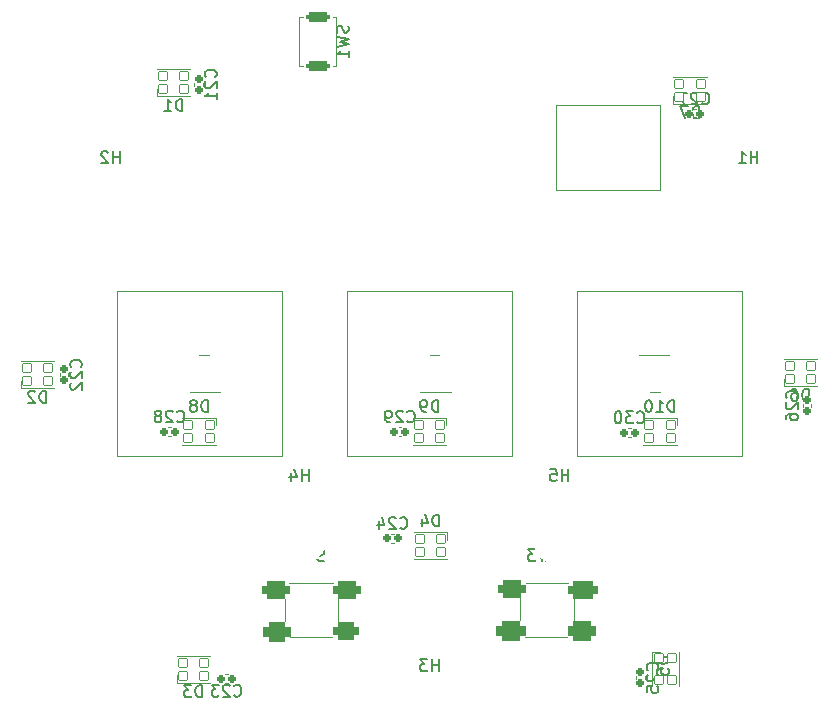
<source format=gbr>
%TF.GenerationSoftware,KiCad,Pcbnew,(7.0.0-0)*%
%TF.CreationDate,2023-03-14T22:07:24-05:00*%
%TF.ProjectId,RP2040_minimal,52503230-3430-45f6-9d69-6e696d616c2e,REV1*%
%TF.SameCoordinates,Original*%
%TF.FileFunction,Legend,Bot*%
%TF.FilePolarity,Positive*%
%FSLAX46Y46*%
G04 Gerber Fmt 4.6, Leading zero omitted, Abs format (unit mm)*
G04 Created by KiCad (PCBNEW (7.0.0-0)) date 2023-03-14 22:07:24*
%MOMM*%
%LPD*%
G01*
G04 APERTURE LIST*
G04 Aperture macros list*
%AMRoundRect*
0 Rectangle with rounded corners*
0 $1 Rounding radius*
0 $2 $3 $4 $5 $6 $7 $8 $9 X,Y pos of 4 corners*
0 Add a 4 corners polygon primitive as box body*
4,1,4,$2,$3,$4,$5,$6,$7,$8,$9,$2,$3,0*
0 Add four circle primitives for the rounded corners*
1,1,$1+$1,$2,$3*
1,1,$1+$1,$4,$5*
1,1,$1+$1,$6,$7*
1,1,$1+$1,$8,$9*
0 Add four rect primitives between the rounded corners*
20,1,$1+$1,$2,$3,$4,$5,0*
20,1,$1+$1,$4,$5,$6,$7,0*
20,1,$1+$1,$6,$7,$8,$9,0*
20,1,$1+$1,$8,$9,$2,$3,0*%
G04 Aperture macros list end*
%ADD10C,0.150000*%
%ADD11C,0.050000*%
%ADD12C,0.120000*%
%ADD13O,1.102000X1.902000*%
%ADD14O,1.102000X2.302000*%
%ADD15RoundRect,0.191000X-0.170000X0.140000X-0.170000X-0.140000X0.170000X-0.140000X0.170000X0.140000X0*%
%ADD16RoundRect,0.251000X0.800000X-0.200000X0.800000X0.200000X-0.800000X0.200000X-0.800000X-0.200000X0*%
%ADD17RoundRect,0.191000X0.140000X0.170000X-0.140000X0.170000X-0.140000X-0.170000X0.140000X-0.170000X0*%
%ADD18RoundRect,0.191000X0.170000X-0.140000X0.170000X0.140000X-0.170000X0.140000X-0.170000X-0.140000X0*%
%ADD19C,3.302000*%
%ADD20RoundRect,0.418500X0.762500X0.367500X-0.762500X0.367500X-0.762500X-0.367500X0.762500X-0.367500X0*%
%ADD21RoundRect,0.418500X0.775000X0.367500X-0.775000X0.367500X-0.775000X-0.367500X0.775000X-0.367500X0*%
%ADD22RoundRect,0.426000X0.707500X0.375000X-0.707500X0.375000X-0.707500X-0.375000X0.707500X-0.375000X0*%
%ADD23RoundRect,0.461000X0.702500X0.410000X-0.702500X0.410000X-0.702500X-0.410000X0.702500X-0.410000X0*%
%ADD24RoundRect,0.051000X-0.350000X-0.350000X0.350000X-0.350000X0.350000X0.350000X-0.350000X0.350000X0*%
%ADD25C,1.802000*%
%ADD26RoundRect,0.051000X0.350000X0.350000X-0.350000X0.350000X-0.350000X-0.350000X0.350000X-0.350000X0*%
%ADD27RoundRect,0.051000X-0.350000X0.350000X-0.350000X-0.350000X0.350000X-0.350000X0.350000X0.350000X0*%
%ADD28RoundRect,0.191000X-0.140000X-0.170000X0.140000X-0.170000X0.140000X0.170000X-0.140000X0.170000X0*%
%ADD29RoundRect,0.421000X0.835000X0.370000X-0.835000X0.370000X-0.835000X-0.370000X0.835000X-0.370000X0*%
%ADD30RoundRect,0.426000X0.777500X0.375000X-0.777500X0.375000X-0.777500X-0.375000X0.777500X-0.375000X0*%
%ADD31RoundRect,0.441000X0.782500X0.390000X-0.782500X0.390000X-0.782500X-0.390000X0.782500X-0.390000X0*%
%ADD32RoundRect,0.456000X0.782500X0.405000X-0.782500X0.405000X-0.782500X-0.405000X0.782500X-0.405000X0*%
%ADD33C,4.402000*%
G04 APERTURE END LIST*
D10*
%TO.C,C26*%
X31072142Y-2037142D02*
X31119761Y-1989523D01*
X31119761Y-1989523D02*
X31167380Y-1846666D01*
X31167380Y-1846666D02*
X31167380Y-1751428D01*
X31167380Y-1751428D02*
X31119761Y-1608571D01*
X31119761Y-1608571D02*
X31024523Y-1513333D01*
X31024523Y-1513333D02*
X30929285Y-1465714D01*
X30929285Y-1465714D02*
X30738809Y-1418095D01*
X30738809Y-1418095D02*
X30595952Y-1418095D01*
X30595952Y-1418095D02*
X30405476Y-1465714D01*
X30405476Y-1465714D02*
X30310238Y-1513333D01*
X30310238Y-1513333D02*
X30215000Y-1608571D01*
X30215000Y-1608571D02*
X30167380Y-1751428D01*
X30167380Y-1751428D02*
X30167380Y-1846666D01*
X30167380Y-1846666D02*
X30215000Y-1989523D01*
X30215000Y-1989523D02*
X30262619Y-2037142D01*
X30262619Y-2418095D02*
X30215000Y-2465714D01*
X30215000Y-2465714D02*
X30167380Y-2560952D01*
X30167380Y-2560952D02*
X30167380Y-2799047D01*
X30167380Y-2799047D02*
X30215000Y-2894285D01*
X30215000Y-2894285D02*
X30262619Y-2941904D01*
X30262619Y-2941904D02*
X30357857Y-2989523D01*
X30357857Y-2989523D02*
X30453095Y-2989523D01*
X30453095Y-2989523D02*
X30595952Y-2941904D01*
X30595952Y-2941904D02*
X31167380Y-2370476D01*
X31167380Y-2370476D02*
X31167380Y-2989523D01*
X30167380Y-3846666D02*
X30167380Y-3656190D01*
X30167380Y-3656190D02*
X30215000Y-3560952D01*
X30215000Y-3560952D02*
X30262619Y-3513333D01*
X30262619Y-3513333D02*
X30405476Y-3418095D01*
X30405476Y-3418095D02*
X30595952Y-3370476D01*
X30595952Y-3370476D02*
X30976904Y-3370476D01*
X30976904Y-3370476D02*
X31072142Y-3418095D01*
X31072142Y-3418095D02*
X31119761Y-3465714D01*
X31119761Y-3465714D02*
X31167380Y-3560952D01*
X31167380Y-3560952D02*
X31167380Y-3751428D01*
X31167380Y-3751428D02*
X31119761Y-3846666D01*
X31119761Y-3846666D02*
X31072142Y-3894285D01*
X31072142Y-3894285D02*
X30976904Y-3941904D01*
X30976904Y-3941904D02*
X30738809Y-3941904D01*
X30738809Y-3941904D02*
X30643571Y-3894285D01*
X30643571Y-3894285D02*
X30595952Y-3846666D01*
X30595952Y-3846666D02*
X30548333Y-3751428D01*
X30548333Y-3751428D02*
X30548333Y-3560952D01*
X30548333Y-3560952D02*
X30595952Y-3465714D01*
X30595952Y-3465714D02*
X30643571Y-3418095D01*
X30643571Y-3418095D02*
X30738809Y-3370476D01*
%TO.C,SW1*%
X-6900239Y29463333D02*
X-6852620Y29320476D01*
X-6852620Y29320476D02*
X-6852620Y29082381D01*
X-6852620Y29082381D02*
X-6900239Y28987143D01*
X-6900239Y28987143D02*
X-6947858Y28939524D01*
X-6947858Y28939524D02*
X-7043096Y28891905D01*
X-7043096Y28891905D02*
X-7138334Y28891905D01*
X-7138334Y28891905D02*
X-7233572Y28939524D01*
X-7233572Y28939524D02*
X-7281191Y28987143D01*
X-7281191Y28987143D02*
X-7328810Y29082381D01*
X-7328810Y29082381D02*
X-7376429Y29272857D01*
X-7376429Y29272857D02*
X-7424048Y29368095D01*
X-7424048Y29368095D02*
X-7471667Y29415714D01*
X-7471667Y29415714D02*
X-7566905Y29463333D01*
X-7566905Y29463333D02*
X-7662143Y29463333D01*
X-7662143Y29463333D02*
X-7757381Y29415714D01*
X-7757381Y29415714D02*
X-7805000Y29368095D01*
X-7805000Y29368095D02*
X-7852620Y29272857D01*
X-7852620Y29272857D02*
X-7852620Y29034762D01*
X-7852620Y29034762D02*
X-7805000Y28891905D01*
X-7852620Y28558571D02*
X-6852620Y28320476D01*
X-6852620Y28320476D02*
X-7566905Y28130000D01*
X-7566905Y28130000D02*
X-6852620Y27939524D01*
X-6852620Y27939524D02*
X-7852620Y27701428D01*
X-6852620Y26796667D02*
X-6852620Y27368095D01*
X-6852620Y27082381D02*
X-7852620Y27082381D01*
X-7852620Y27082381D02*
X-7709762Y27177619D01*
X-7709762Y27177619D02*
X-7614524Y27272857D01*
X-7614524Y27272857D02*
X-7566905Y27368095D01*
%TO.C,C29*%
X-1877143Y-4012142D02*
X-1829524Y-4059761D01*
X-1829524Y-4059761D02*
X-1686667Y-4107380D01*
X-1686667Y-4107380D02*
X-1591429Y-4107380D01*
X-1591429Y-4107380D02*
X-1448572Y-4059761D01*
X-1448572Y-4059761D02*
X-1353334Y-3964523D01*
X-1353334Y-3964523D02*
X-1305715Y-3869285D01*
X-1305715Y-3869285D02*
X-1258096Y-3678809D01*
X-1258096Y-3678809D02*
X-1258096Y-3535952D01*
X-1258096Y-3535952D02*
X-1305715Y-3345476D01*
X-1305715Y-3345476D02*
X-1353334Y-3250238D01*
X-1353334Y-3250238D02*
X-1448572Y-3155000D01*
X-1448572Y-3155000D02*
X-1591429Y-3107380D01*
X-1591429Y-3107380D02*
X-1686667Y-3107380D01*
X-1686667Y-3107380D02*
X-1829524Y-3155000D01*
X-1829524Y-3155000D02*
X-1877143Y-3202619D01*
X-2258096Y-3202619D02*
X-2305715Y-3155000D01*
X-2305715Y-3155000D02*
X-2400953Y-3107380D01*
X-2400953Y-3107380D02*
X-2639048Y-3107380D01*
X-2639048Y-3107380D02*
X-2734286Y-3155000D01*
X-2734286Y-3155000D02*
X-2781905Y-3202619D01*
X-2781905Y-3202619D02*
X-2829524Y-3297857D01*
X-2829524Y-3297857D02*
X-2829524Y-3393095D01*
X-2829524Y-3393095D02*
X-2781905Y-3535952D01*
X-2781905Y-3535952D02*
X-2210477Y-4107380D01*
X-2210477Y-4107380D02*
X-2829524Y-4107380D01*
X-3305715Y-4107380D02*
X-3496191Y-4107380D01*
X-3496191Y-4107380D02*
X-3591429Y-4059761D01*
X-3591429Y-4059761D02*
X-3639048Y-4012142D01*
X-3639048Y-4012142D02*
X-3734286Y-3869285D01*
X-3734286Y-3869285D02*
X-3781905Y-3678809D01*
X-3781905Y-3678809D02*
X-3781905Y-3297857D01*
X-3781905Y-3297857D02*
X-3734286Y-3202619D01*
X-3734286Y-3202619D02*
X-3686667Y-3155000D01*
X-3686667Y-3155000D02*
X-3591429Y-3107380D01*
X-3591429Y-3107380D02*
X-3400953Y-3107380D01*
X-3400953Y-3107380D02*
X-3305715Y-3155000D01*
X-3305715Y-3155000D02*
X-3258096Y-3202619D01*
X-3258096Y-3202619D02*
X-3210477Y-3297857D01*
X-3210477Y-3297857D02*
X-3210477Y-3535952D01*
X-3210477Y-3535952D02*
X-3258096Y-3631190D01*
X-3258096Y-3631190D02*
X-3305715Y-3678809D01*
X-3305715Y-3678809D02*
X-3400953Y-3726428D01*
X-3400953Y-3726428D02*
X-3591429Y-3726428D01*
X-3591429Y-3726428D02*
X-3686667Y-3678809D01*
X-3686667Y-3678809D02*
X-3734286Y-3631190D01*
X-3734286Y-3631190D02*
X-3781905Y-3535952D01*
%TO.C,C25*%
X19288142Y-25087142D02*
X19335761Y-25039523D01*
X19335761Y-25039523D02*
X19383380Y-24896666D01*
X19383380Y-24896666D02*
X19383380Y-24801428D01*
X19383380Y-24801428D02*
X19335761Y-24658571D01*
X19335761Y-24658571D02*
X19240523Y-24563333D01*
X19240523Y-24563333D02*
X19145285Y-24515714D01*
X19145285Y-24515714D02*
X18954809Y-24468095D01*
X18954809Y-24468095D02*
X18811952Y-24468095D01*
X18811952Y-24468095D02*
X18621476Y-24515714D01*
X18621476Y-24515714D02*
X18526238Y-24563333D01*
X18526238Y-24563333D02*
X18431000Y-24658571D01*
X18431000Y-24658571D02*
X18383380Y-24801428D01*
X18383380Y-24801428D02*
X18383380Y-24896666D01*
X18383380Y-24896666D02*
X18431000Y-25039523D01*
X18431000Y-25039523D02*
X18478619Y-25087142D01*
X18478619Y-25468095D02*
X18431000Y-25515714D01*
X18431000Y-25515714D02*
X18383380Y-25610952D01*
X18383380Y-25610952D02*
X18383380Y-25849047D01*
X18383380Y-25849047D02*
X18431000Y-25944285D01*
X18431000Y-25944285D02*
X18478619Y-25991904D01*
X18478619Y-25991904D02*
X18573857Y-26039523D01*
X18573857Y-26039523D02*
X18669095Y-26039523D01*
X18669095Y-26039523D02*
X18811952Y-25991904D01*
X18811952Y-25991904D02*
X19383380Y-25420476D01*
X19383380Y-25420476D02*
X19383380Y-26039523D01*
X18383380Y-26944285D02*
X18383380Y-26468095D01*
X18383380Y-26468095D02*
X18859571Y-26420476D01*
X18859571Y-26420476D02*
X18811952Y-26468095D01*
X18811952Y-26468095D02*
X18764333Y-26563333D01*
X18764333Y-26563333D02*
X18764333Y-26801428D01*
X18764333Y-26801428D02*
X18811952Y-26896666D01*
X18811952Y-26896666D02*
X18859571Y-26944285D01*
X18859571Y-26944285D02*
X18954809Y-26991904D01*
X18954809Y-26991904D02*
X19192904Y-26991904D01*
X19192904Y-26991904D02*
X19288142Y-26944285D01*
X19288142Y-26944285D02*
X19335761Y-26896666D01*
X19335761Y-26896666D02*
X19383380Y-26801428D01*
X19383380Y-26801428D02*
X19383380Y-26563333D01*
X19383380Y-26563333D02*
X19335761Y-26468095D01*
X19335761Y-26468095D02*
X19288142Y-26420476D01*
%TO.C,H3*%
X761904Y-25167380D02*
X761904Y-24167380D01*
X761904Y-24643571D02*
X190476Y-24643571D01*
X190476Y-25167380D02*
X190476Y-24167380D01*
X-190477Y-24167380D02*
X-809524Y-24167380D01*
X-809524Y-24167380D02*
X-476191Y-24548333D01*
X-476191Y-24548333D02*
X-619048Y-24548333D01*
X-619048Y-24548333D02*
X-714286Y-24595952D01*
X-714286Y-24595952D02*
X-761905Y-24643571D01*
X-761905Y-24643571D02*
X-809524Y-24738809D01*
X-809524Y-24738809D02*
X-809524Y-24976904D01*
X-809524Y-24976904D02*
X-761905Y-25072142D01*
X-761905Y-25072142D02*
X-714286Y-25119761D01*
X-714286Y-25119761D02*
X-619048Y-25167380D01*
X-619048Y-25167380D02*
X-333334Y-25167380D01*
X-333334Y-25167380D02*
X-238096Y-25119761D01*
X-238096Y-25119761D02*
X-190477Y-25072142D01*
%TO.C,C27*%
X23070857Y22909858D02*
X23118476Y22862239D01*
X23118476Y22862239D02*
X23261333Y22814620D01*
X23261333Y22814620D02*
X23356571Y22814620D01*
X23356571Y22814620D02*
X23499428Y22862239D01*
X23499428Y22862239D02*
X23594666Y22957477D01*
X23594666Y22957477D02*
X23642285Y23052715D01*
X23642285Y23052715D02*
X23689904Y23243191D01*
X23689904Y23243191D02*
X23689904Y23386048D01*
X23689904Y23386048D02*
X23642285Y23576524D01*
X23642285Y23576524D02*
X23594666Y23671762D01*
X23594666Y23671762D02*
X23499428Y23767000D01*
X23499428Y23767000D02*
X23356571Y23814620D01*
X23356571Y23814620D02*
X23261333Y23814620D01*
X23261333Y23814620D02*
X23118476Y23767000D01*
X23118476Y23767000D02*
X23070857Y23719381D01*
X22689904Y23719381D02*
X22642285Y23767000D01*
X22642285Y23767000D02*
X22547047Y23814620D01*
X22547047Y23814620D02*
X22308952Y23814620D01*
X22308952Y23814620D02*
X22213714Y23767000D01*
X22213714Y23767000D02*
X22166095Y23719381D01*
X22166095Y23719381D02*
X22118476Y23624143D01*
X22118476Y23624143D02*
X22118476Y23528905D01*
X22118476Y23528905D02*
X22166095Y23386048D01*
X22166095Y23386048D02*
X22737523Y22814620D01*
X22737523Y22814620D02*
X22118476Y22814620D01*
X21785142Y23814620D02*
X21118476Y23814620D01*
X21118476Y23814620D02*
X21547047Y22814620D01*
%TO.C,SW2*%
X-8916668Y-15819761D02*
X-9059525Y-15867380D01*
X-9059525Y-15867380D02*
X-9297620Y-15867380D01*
X-9297620Y-15867380D02*
X-9392858Y-15819761D01*
X-9392858Y-15819761D02*
X-9440477Y-15772142D01*
X-9440477Y-15772142D02*
X-9488096Y-15676904D01*
X-9488096Y-15676904D02*
X-9488096Y-15581666D01*
X-9488096Y-15581666D02*
X-9440477Y-15486428D01*
X-9440477Y-15486428D02*
X-9392858Y-15438809D01*
X-9392858Y-15438809D02*
X-9297620Y-15391190D01*
X-9297620Y-15391190D02*
X-9107144Y-15343571D01*
X-9107144Y-15343571D02*
X-9011906Y-15295952D01*
X-9011906Y-15295952D02*
X-8964287Y-15248333D01*
X-8964287Y-15248333D02*
X-8916668Y-15153095D01*
X-8916668Y-15153095D02*
X-8916668Y-15057857D01*
X-8916668Y-15057857D02*
X-8964287Y-14962619D01*
X-8964287Y-14962619D02*
X-9011906Y-14915000D01*
X-9011906Y-14915000D02*
X-9107144Y-14867380D01*
X-9107144Y-14867380D02*
X-9345239Y-14867380D01*
X-9345239Y-14867380D02*
X-9488096Y-14915000D01*
X-9821430Y-14867380D02*
X-10059525Y-15867380D01*
X-10059525Y-15867380D02*
X-10250001Y-15153095D01*
X-10250001Y-15153095D02*
X-10440477Y-15867380D01*
X-10440477Y-15867380D02*
X-10678572Y-14867380D01*
X-11011906Y-14962619D02*
X-11059525Y-14915000D01*
X-11059525Y-14915000D02*
X-11154763Y-14867380D01*
X-11154763Y-14867380D02*
X-11392858Y-14867380D01*
X-11392858Y-14867380D02*
X-11488096Y-14915000D01*
X-11488096Y-14915000D02*
X-11535715Y-14962619D01*
X-11535715Y-14962619D02*
X-11583334Y-15057857D01*
X-11583334Y-15057857D02*
X-11583334Y-15153095D01*
X-11583334Y-15153095D02*
X-11535715Y-15295952D01*
X-11535715Y-15295952D02*
X-10964287Y-15867380D01*
X-10964287Y-15867380D02*
X-11583334Y-15867380D01*
%TO.C,D2*%
X-32459906Y-2443380D02*
X-32459906Y-1443380D01*
X-32459906Y-1443380D02*
X-32698001Y-1443380D01*
X-32698001Y-1443380D02*
X-32840858Y-1491000D01*
X-32840858Y-1491000D02*
X-32936096Y-1586238D01*
X-32936096Y-1586238D02*
X-32983715Y-1681476D01*
X-32983715Y-1681476D02*
X-33031334Y-1871952D01*
X-33031334Y-1871952D02*
X-33031334Y-2014809D01*
X-33031334Y-2014809D02*
X-32983715Y-2205285D01*
X-32983715Y-2205285D02*
X-32936096Y-2300523D01*
X-32936096Y-2300523D02*
X-32840858Y-2395761D01*
X-32840858Y-2395761D02*
X-32698001Y-2443380D01*
X-32698001Y-2443380D02*
X-32459906Y-2443380D01*
X-33412287Y-1538619D02*
X-33459906Y-1491000D01*
X-33459906Y-1491000D02*
X-33555144Y-1443380D01*
X-33555144Y-1443380D02*
X-33793239Y-1443380D01*
X-33793239Y-1443380D02*
X-33888477Y-1491000D01*
X-33888477Y-1491000D02*
X-33936096Y-1538619D01*
X-33936096Y-1538619D02*
X-33983715Y-1633857D01*
X-33983715Y-1633857D02*
X-33983715Y-1729095D01*
X-33983715Y-1729095D02*
X-33936096Y-1871952D01*
X-33936096Y-1871952D02*
X-33364668Y-2443380D01*
X-33364668Y-2443380D02*
X-33983715Y-2443380D01*
%TO.C,C21*%
X-18124858Y25144858D02*
X-18077239Y25192477D01*
X-18077239Y25192477D02*
X-18029620Y25335334D01*
X-18029620Y25335334D02*
X-18029620Y25430572D01*
X-18029620Y25430572D02*
X-18077239Y25573429D01*
X-18077239Y25573429D02*
X-18172477Y25668667D01*
X-18172477Y25668667D02*
X-18267715Y25716286D01*
X-18267715Y25716286D02*
X-18458191Y25763905D01*
X-18458191Y25763905D02*
X-18601048Y25763905D01*
X-18601048Y25763905D02*
X-18791524Y25716286D01*
X-18791524Y25716286D02*
X-18886762Y25668667D01*
X-18886762Y25668667D02*
X-18982000Y25573429D01*
X-18982000Y25573429D02*
X-19029620Y25430572D01*
X-19029620Y25430572D02*
X-19029620Y25335334D01*
X-19029620Y25335334D02*
X-18982000Y25192477D01*
X-18982000Y25192477D02*
X-18934381Y25144858D01*
X-18934381Y24763905D02*
X-18982000Y24716286D01*
X-18982000Y24716286D02*
X-19029620Y24621048D01*
X-19029620Y24621048D02*
X-19029620Y24382953D01*
X-19029620Y24382953D02*
X-18982000Y24287715D01*
X-18982000Y24287715D02*
X-18934381Y24240096D01*
X-18934381Y24240096D02*
X-18839143Y24192477D01*
X-18839143Y24192477D02*
X-18743905Y24192477D01*
X-18743905Y24192477D02*
X-18601048Y24240096D01*
X-18601048Y24240096D02*
X-18029620Y24811524D01*
X-18029620Y24811524D02*
X-18029620Y24192477D01*
X-18029620Y23240096D02*
X-18029620Y23811524D01*
X-18029620Y23525810D02*
X-19029620Y23525810D01*
X-19029620Y23525810D02*
X-18886762Y23621048D01*
X-18886762Y23621048D02*
X-18791524Y23716286D01*
X-18791524Y23716286D02*
X-18743905Y23811524D01*
%TO.C,C22*%
X-29535858Y566858D02*
X-29488239Y614477D01*
X-29488239Y614477D02*
X-29440620Y757334D01*
X-29440620Y757334D02*
X-29440620Y852572D01*
X-29440620Y852572D02*
X-29488239Y995429D01*
X-29488239Y995429D02*
X-29583477Y1090667D01*
X-29583477Y1090667D02*
X-29678715Y1138286D01*
X-29678715Y1138286D02*
X-29869191Y1185905D01*
X-29869191Y1185905D02*
X-30012048Y1185905D01*
X-30012048Y1185905D02*
X-30202524Y1138286D01*
X-30202524Y1138286D02*
X-30297762Y1090667D01*
X-30297762Y1090667D02*
X-30393000Y995429D01*
X-30393000Y995429D02*
X-30440620Y852572D01*
X-30440620Y852572D02*
X-30440620Y757334D01*
X-30440620Y757334D02*
X-30393000Y614477D01*
X-30393000Y614477D02*
X-30345381Y566858D01*
X-30345381Y185905D02*
X-30393000Y138286D01*
X-30393000Y138286D02*
X-30440620Y43048D01*
X-30440620Y43048D02*
X-30440620Y-195047D01*
X-30440620Y-195047D02*
X-30393000Y-290285D01*
X-30393000Y-290285D02*
X-30345381Y-337904D01*
X-30345381Y-337904D02*
X-30250143Y-385523D01*
X-30250143Y-385523D02*
X-30154905Y-385523D01*
X-30154905Y-385523D02*
X-30012048Y-337904D01*
X-30012048Y-337904D02*
X-29440620Y233524D01*
X-29440620Y233524D02*
X-29440620Y-385523D01*
X-30345381Y-766476D02*
X-30393000Y-814095D01*
X-30393000Y-814095D02*
X-30440620Y-909333D01*
X-30440620Y-909333D02*
X-30440620Y-1147428D01*
X-30440620Y-1147428D02*
X-30393000Y-1242666D01*
X-30393000Y-1242666D02*
X-30345381Y-1290285D01*
X-30345381Y-1290285D02*
X-30250143Y-1337904D01*
X-30250143Y-1337904D02*
X-30154905Y-1337904D01*
X-30154905Y-1337904D02*
X-30012048Y-1290285D01*
X-30012048Y-1290285D02*
X-29440620Y-718857D01*
X-29440620Y-718857D02*
X-29440620Y-1337904D01*
%TO.C,D10*%
X20714285Y-3217380D02*
X20714285Y-2217380D01*
X20714285Y-2217380D02*
X20476190Y-2217380D01*
X20476190Y-2217380D02*
X20333333Y-2265000D01*
X20333333Y-2265000D02*
X20238095Y-2360238D01*
X20238095Y-2360238D02*
X20190476Y-2455476D01*
X20190476Y-2455476D02*
X20142857Y-2645952D01*
X20142857Y-2645952D02*
X20142857Y-2788809D01*
X20142857Y-2788809D02*
X20190476Y-2979285D01*
X20190476Y-2979285D02*
X20238095Y-3074523D01*
X20238095Y-3074523D02*
X20333333Y-3169761D01*
X20333333Y-3169761D02*
X20476190Y-3217380D01*
X20476190Y-3217380D02*
X20714285Y-3217380D01*
X19190476Y-3217380D02*
X19761904Y-3217380D01*
X19476190Y-3217380D02*
X19476190Y-2217380D01*
X19476190Y-2217380D02*
X19571428Y-2360238D01*
X19571428Y-2360238D02*
X19666666Y-2455476D01*
X19666666Y-2455476D02*
X19761904Y-2503095D01*
X18571428Y-2217380D02*
X18476190Y-2217380D01*
X18476190Y-2217380D02*
X18380952Y-2265000D01*
X18380952Y-2265000D02*
X18333333Y-2312619D01*
X18333333Y-2312619D02*
X18285714Y-2407857D01*
X18285714Y-2407857D02*
X18238095Y-2598333D01*
X18238095Y-2598333D02*
X18238095Y-2836428D01*
X18238095Y-2836428D02*
X18285714Y-3026904D01*
X18285714Y-3026904D02*
X18333333Y-3122142D01*
X18333333Y-3122142D02*
X18380952Y-3169761D01*
X18380952Y-3169761D02*
X18476190Y-3217380D01*
X18476190Y-3217380D02*
X18571428Y-3217380D01*
X18571428Y-3217380D02*
X18666666Y-3169761D01*
X18666666Y-3169761D02*
X18714285Y-3122142D01*
X18714285Y-3122142D02*
X18761904Y-3026904D01*
X18761904Y-3026904D02*
X18809523Y-2836428D01*
X18809523Y-2836428D02*
X18809523Y-2598333D01*
X18809523Y-2598333D02*
X18761904Y-2407857D01*
X18761904Y-2407857D02*
X18714285Y-2312619D01*
X18714285Y-2312619D02*
X18666666Y-2265000D01*
X18666666Y-2265000D02*
X18571428Y-2217380D01*
%TO.C,D5*%
X20255380Y-23975905D02*
X19255380Y-23975905D01*
X19255380Y-23975905D02*
X19255380Y-24214000D01*
X19255380Y-24214000D02*
X19303000Y-24356857D01*
X19303000Y-24356857D02*
X19398238Y-24452095D01*
X19398238Y-24452095D02*
X19493476Y-24499714D01*
X19493476Y-24499714D02*
X19683952Y-24547333D01*
X19683952Y-24547333D02*
X19826809Y-24547333D01*
X19826809Y-24547333D02*
X20017285Y-24499714D01*
X20017285Y-24499714D02*
X20112523Y-24452095D01*
X20112523Y-24452095D02*
X20207761Y-24356857D01*
X20207761Y-24356857D02*
X20255380Y-24214000D01*
X20255380Y-24214000D02*
X20255380Y-23975905D01*
X19255380Y-25452095D02*
X19255380Y-24975905D01*
X19255380Y-24975905D02*
X19731571Y-24928286D01*
X19731571Y-24928286D02*
X19683952Y-24975905D01*
X19683952Y-24975905D02*
X19636333Y-25071143D01*
X19636333Y-25071143D02*
X19636333Y-25309238D01*
X19636333Y-25309238D02*
X19683952Y-25404476D01*
X19683952Y-25404476D02*
X19731571Y-25452095D01*
X19731571Y-25452095D02*
X19826809Y-25499714D01*
X19826809Y-25499714D02*
X20064904Y-25499714D01*
X20064904Y-25499714D02*
X20160142Y-25452095D01*
X20160142Y-25452095D02*
X20207761Y-25404476D01*
X20207761Y-25404476D02*
X20255380Y-25309238D01*
X20255380Y-25309238D02*
X20255380Y-25071143D01*
X20255380Y-25071143D02*
X20207761Y-24975905D01*
X20207761Y-24975905D02*
X20160142Y-24928286D01*
%TO.C,H2*%
X-26238096Y17832620D02*
X-26238096Y18832620D01*
X-26238096Y18356429D02*
X-26809524Y18356429D01*
X-26809524Y17832620D02*
X-26809524Y18832620D01*
X-27238096Y18737381D02*
X-27285715Y18785000D01*
X-27285715Y18785000D02*
X-27380953Y18832620D01*
X-27380953Y18832620D02*
X-27619048Y18832620D01*
X-27619048Y18832620D02*
X-27714286Y18785000D01*
X-27714286Y18785000D02*
X-27761905Y18737381D01*
X-27761905Y18737381D02*
X-27809524Y18642143D01*
X-27809524Y18642143D02*
X-27809524Y18546905D01*
X-27809524Y18546905D02*
X-27761905Y18404048D01*
X-27761905Y18404048D02*
X-27190477Y17832620D01*
X-27190477Y17832620D02*
X-27809524Y17832620D01*
%TO.C,C23*%
X-16553143Y-27231142D02*
X-16505524Y-27278761D01*
X-16505524Y-27278761D02*
X-16362667Y-27326380D01*
X-16362667Y-27326380D02*
X-16267429Y-27326380D01*
X-16267429Y-27326380D02*
X-16124572Y-27278761D01*
X-16124572Y-27278761D02*
X-16029334Y-27183523D01*
X-16029334Y-27183523D02*
X-15981715Y-27088285D01*
X-15981715Y-27088285D02*
X-15934096Y-26897809D01*
X-15934096Y-26897809D02*
X-15934096Y-26754952D01*
X-15934096Y-26754952D02*
X-15981715Y-26564476D01*
X-15981715Y-26564476D02*
X-16029334Y-26469238D01*
X-16029334Y-26469238D02*
X-16124572Y-26374000D01*
X-16124572Y-26374000D02*
X-16267429Y-26326380D01*
X-16267429Y-26326380D02*
X-16362667Y-26326380D01*
X-16362667Y-26326380D02*
X-16505524Y-26374000D01*
X-16505524Y-26374000D02*
X-16553143Y-26421619D01*
X-16934096Y-26421619D02*
X-16981715Y-26374000D01*
X-16981715Y-26374000D02*
X-17076953Y-26326380D01*
X-17076953Y-26326380D02*
X-17315048Y-26326380D01*
X-17315048Y-26326380D02*
X-17410286Y-26374000D01*
X-17410286Y-26374000D02*
X-17457905Y-26421619D01*
X-17457905Y-26421619D02*
X-17505524Y-26516857D01*
X-17505524Y-26516857D02*
X-17505524Y-26612095D01*
X-17505524Y-26612095D02*
X-17457905Y-26754952D01*
X-17457905Y-26754952D02*
X-16886477Y-27326380D01*
X-16886477Y-27326380D02*
X-17505524Y-27326380D01*
X-17838858Y-26326380D02*
X-18457905Y-26326380D01*
X-18457905Y-26326380D02*
X-18124572Y-26707333D01*
X-18124572Y-26707333D02*
X-18267429Y-26707333D01*
X-18267429Y-26707333D02*
X-18362667Y-26754952D01*
X-18362667Y-26754952D02*
X-18410286Y-26802571D01*
X-18410286Y-26802571D02*
X-18457905Y-26897809D01*
X-18457905Y-26897809D02*
X-18457905Y-27135904D01*
X-18457905Y-27135904D02*
X-18410286Y-27231142D01*
X-18410286Y-27231142D02*
X-18362667Y-27278761D01*
X-18362667Y-27278761D02*
X-18267429Y-27326380D01*
X-18267429Y-27326380D02*
X-17981715Y-27326380D01*
X-17981715Y-27326380D02*
X-17886477Y-27278761D01*
X-17886477Y-27278761D02*
X-17838858Y-27231142D01*
%TO.C,D7*%
X22811094Y21644620D02*
X22811094Y22644620D01*
X22811094Y22644620D02*
X22572999Y22644620D01*
X22572999Y22644620D02*
X22430142Y22597000D01*
X22430142Y22597000D02*
X22334904Y22501762D01*
X22334904Y22501762D02*
X22287285Y22406524D01*
X22287285Y22406524D02*
X22239666Y22216048D01*
X22239666Y22216048D02*
X22239666Y22073191D01*
X22239666Y22073191D02*
X22287285Y21882715D01*
X22287285Y21882715D02*
X22334904Y21787477D01*
X22334904Y21787477D02*
X22430142Y21692239D01*
X22430142Y21692239D02*
X22572999Y21644620D01*
X22572999Y21644620D02*
X22811094Y21644620D01*
X21906332Y22644620D02*
X21239666Y22644620D01*
X21239666Y22644620D02*
X21668237Y21644620D01*
%TO.C,H1*%
X27761904Y17832620D02*
X27761904Y18832620D01*
X27761904Y18356429D02*
X27190476Y18356429D01*
X27190476Y17832620D02*
X27190476Y18832620D01*
X26190476Y17832620D02*
X26761904Y17832620D01*
X26476190Y17832620D02*
X26476190Y18832620D01*
X26476190Y18832620D02*
X26571428Y18689762D01*
X26571428Y18689762D02*
X26666666Y18594524D01*
X26666666Y18594524D02*
X26761904Y18546905D01*
%TO.C,D3*%
X-19261906Y-27367380D02*
X-19261906Y-26367380D01*
X-19261906Y-26367380D02*
X-19500001Y-26367380D01*
X-19500001Y-26367380D02*
X-19642858Y-26415000D01*
X-19642858Y-26415000D02*
X-19738096Y-26510238D01*
X-19738096Y-26510238D02*
X-19785715Y-26605476D01*
X-19785715Y-26605476D02*
X-19833334Y-26795952D01*
X-19833334Y-26795952D02*
X-19833334Y-26938809D01*
X-19833334Y-26938809D02*
X-19785715Y-27129285D01*
X-19785715Y-27129285D02*
X-19738096Y-27224523D01*
X-19738096Y-27224523D02*
X-19642858Y-27319761D01*
X-19642858Y-27319761D02*
X-19500001Y-27367380D01*
X-19500001Y-27367380D02*
X-19261906Y-27367380D01*
X-20166668Y-26367380D02*
X-20785715Y-26367380D01*
X-20785715Y-26367380D02*
X-20452382Y-26748333D01*
X-20452382Y-26748333D02*
X-20595239Y-26748333D01*
X-20595239Y-26748333D02*
X-20690477Y-26795952D01*
X-20690477Y-26795952D02*
X-20738096Y-26843571D01*
X-20738096Y-26843571D02*
X-20785715Y-26938809D01*
X-20785715Y-26938809D02*
X-20785715Y-27176904D01*
X-20785715Y-27176904D02*
X-20738096Y-27272142D01*
X-20738096Y-27272142D02*
X-20690477Y-27319761D01*
X-20690477Y-27319761D02*
X-20595239Y-27367380D01*
X-20595239Y-27367380D02*
X-20309525Y-27367380D01*
X-20309525Y-27367380D02*
X-20214287Y-27319761D01*
X-20214287Y-27319761D02*
X-20166668Y-27272142D01*
%TO.C,D9*%
X738094Y-3217380D02*
X738094Y-2217380D01*
X738094Y-2217380D02*
X499999Y-2217380D01*
X499999Y-2217380D02*
X357142Y-2265000D01*
X357142Y-2265000D02*
X261904Y-2360238D01*
X261904Y-2360238D02*
X214285Y-2455476D01*
X214285Y-2455476D02*
X166666Y-2645952D01*
X166666Y-2645952D02*
X166666Y-2788809D01*
X166666Y-2788809D02*
X214285Y-2979285D01*
X214285Y-2979285D02*
X261904Y-3074523D01*
X261904Y-3074523D02*
X357142Y-3169761D01*
X357142Y-3169761D02*
X499999Y-3217380D01*
X499999Y-3217380D02*
X738094Y-3217380D01*
X-309525Y-3217380D02*
X-500001Y-3217380D01*
X-500001Y-3217380D02*
X-595239Y-3169761D01*
X-595239Y-3169761D02*
X-642858Y-3122142D01*
X-642858Y-3122142D02*
X-738096Y-2979285D01*
X-738096Y-2979285D02*
X-785715Y-2788809D01*
X-785715Y-2788809D02*
X-785715Y-2407857D01*
X-785715Y-2407857D02*
X-738096Y-2312619D01*
X-738096Y-2312619D02*
X-690477Y-2265000D01*
X-690477Y-2265000D02*
X-595239Y-2217380D01*
X-595239Y-2217380D02*
X-404763Y-2217380D01*
X-404763Y-2217380D02*
X-309525Y-2265000D01*
X-309525Y-2265000D02*
X-261906Y-2312619D01*
X-261906Y-2312619D02*
X-214287Y-2407857D01*
X-214287Y-2407857D02*
X-214287Y-2645952D01*
X-214287Y-2645952D02*
X-261906Y-2741190D01*
X-261906Y-2741190D02*
X-309525Y-2788809D01*
X-309525Y-2788809D02*
X-404763Y-2836428D01*
X-404763Y-2836428D02*
X-595239Y-2836428D01*
X-595239Y-2836428D02*
X-690477Y-2788809D01*
X-690477Y-2788809D02*
X-738096Y-2741190D01*
X-738096Y-2741190D02*
X-785715Y-2645952D01*
%TO.C,SW3*%
X11023332Y-15819761D02*
X10880475Y-15867380D01*
X10880475Y-15867380D02*
X10642380Y-15867380D01*
X10642380Y-15867380D02*
X10547142Y-15819761D01*
X10547142Y-15819761D02*
X10499523Y-15772142D01*
X10499523Y-15772142D02*
X10451904Y-15676904D01*
X10451904Y-15676904D02*
X10451904Y-15581666D01*
X10451904Y-15581666D02*
X10499523Y-15486428D01*
X10499523Y-15486428D02*
X10547142Y-15438809D01*
X10547142Y-15438809D02*
X10642380Y-15391190D01*
X10642380Y-15391190D02*
X10832856Y-15343571D01*
X10832856Y-15343571D02*
X10928094Y-15295952D01*
X10928094Y-15295952D02*
X10975713Y-15248333D01*
X10975713Y-15248333D02*
X11023332Y-15153095D01*
X11023332Y-15153095D02*
X11023332Y-15057857D01*
X11023332Y-15057857D02*
X10975713Y-14962619D01*
X10975713Y-14962619D02*
X10928094Y-14915000D01*
X10928094Y-14915000D02*
X10832856Y-14867380D01*
X10832856Y-14867380D02*
X10594761Y-14867380D01*
X10594761Y-14867380D02*
X10451904Y-14915000D01*
X10118570Y-14867380D02*
X9880475Y-15867380D01*
X9880475Y-15867380D02*
X9689999Y-15153095D01*
X9689999Y-15153095D02*
X9499523Y-15867380D01*
X9499523Y-15867380D02*
X9261428Y-14867380D01*
X8975713Y-14867380D02*
X8356666Y-14867380D01*
X8356666Y-14867380D02*
X8689999Y-15248333D01*
X8689999Y-15248333D02*
X8547142Y-15248333D01*
X8547142Y-15248333D02*
X8451904Y-15295952D01*
X8451904Y-15295952D02*
X8404285Y-15343571D01*
X8404285Y-15343571D02*
X8356666Y-15438809D01*
X8356666Y-15438809D02*
X8356666Y-15676904D01*
X8356666Y-15676904D02*
X8404285Y-15772142D01*
X8404285Y-15772142D02*
X8451904Y-15819761D01*
X8451904Y-15819761D02*
X8547142Y-15867380D01*
X8547142Y-15867380D02*
X8832856Y-15867380D01*
X8832856Y-15867380D02*
X8928094Y-15819761D01*
X8928094Y-15819761D02*
X8975713Y-15772142D01*
%TO.C,D1*%
X-20928906Y22264620D02*
X-20928906Y23264620D01*
X-20928906Y23264620D02*
X-21167001Y23264620D01*
X-21167001Y23264620D02*
X-21309858Y23217000D01*
X-21309858Y23217000D02*
X-21405096Y23121762D01*
X-21405096Y23121762D02*
X-21452715Y23026524D01*
X-21452715Y23026524D02*
X-21500334Y22836048D01*
X-21500334Y22836048D02*
X-21500334Y22693191D01*
X-21500334Y22693191D02*
X-21452715Y22502715D01*
X-21452715Y22502715D02*
X-21405096Y22407477D01*
X-21405096Y22407477D02*
X-21309858Y22312239D01*
X-21309858Y22312239D02*
X-21167001Y22264620D01*
X-21167001Y22264620D02*
X-20928906Y22264620D01*
X-22452715Y22264620D02*
X-21881287Y22264620D01*
X-22167001Y22264620D02*
X-22167001Y23264620D01*
X-22167001Y23264620D02*
X-22071763Y23121762D01*
X-22071763Y23121762D02*
X-21976525Y23026524D01*
X-21976525Y23026524D02*
X-21881287Y22978905D01*
%TO.C,D6*%
X32138094Y-2267380D02*
X32138094Y-1267380D01*
X32138094Y-1267380D02*
X31899999Y-1267380D01*
X31899999Y-1267380D02*
X31757142Y-1315000D01*
X31757142Y-1315000D02*
X31661904Y-1410238D01*
X31661904Y-1410238D02*
X31614285Y-1505476D01*
X31614285Y-1505476D02*
X31566666Y-1695952D01*
X31566666Y-1695952D02*
X31566666Y-1838809D01*
X31566666Y-1838809D02*
X31614285Y-2029285D01*
X31614285Y-2029285D02*
X31661904Y-2124523D01*
X31661904Y-2124523D02*
X31757142Y-2219761D01*
X31757142Y-2219761D02*
X31899999Y-2267380D01*
X31899999Y-2267380D02*
X32138094Y-2267380D01*
X30709523Y-1267380D02*
X30899999Y-1267380D01*
X30899999Y-1267380D02*
X30995237Y-1315000D01*
X30995237Y-1315000D02*
X31042856Y-1362619D01*
X31042856Y-1362619D02*
X31138094Y-1505476D01*
X31138094Y-1505476D02*
X31185713Y-1695952D01*
X31185713Y-1695952D02*
X31185713Y-2076904D01*
X31185713Y-2076904D02*
X31138094Y-2172142D01*
X31138094Y-2172142D02*
X31090475Y-2219761D01*
X31090475Y-2219761D02*
X30995237Y-2267380D01*
X30995237Y-2267380D02*
X30804761Y-2267380D01*
X30804761Y-2267380D02*
X30709523Y-2219761D01*
X30709523Y-2219761D02*
X30661904Y-2172142D01*
X30661904Y-2172142D02*
X30614285Y-2076904D01*
X30614285Y-2076904D02*
X30614285Y-1838809D01*
X30614285Y-1838809D02*
X30661904Y-1743571D01*
X30661904Y-1743571D02*
X30709523Y-1695952D01*
X30709523Y-1695952D02*
X30804761Y-1648333D01*
X30804761Y-1648333D02*
X30995237Y-1648333D01*
X30995237Y-1648333D02*
X31090475Y-1695952D01*
X31090475Y-1695952D02*
X31138094Y-1743571D01*
X31138094Y-1743571D02*
X31185713Y-1838809D01*
%TO.C,D8*%
X-18761906Y-3217380D02*
X-18761906Y-2217380D01*
X-18761906Y-2217380D02*
X-19000001Y-2217380D01*
X-19000001Y-2217380D02*
X-19142858Y-2265000D01*
X-19142858Y-2265000D02*
X-19238096Y-2360238D01*
X-19238096Y-2360238D02*
X-19285715Y-2455476D01*
X-19285715Y-2455476D02*
X-19333334Y-2645952D01*
X-19333334Y-2645952D02*
X-19333334Y-2788809D01*
X-19333334Y-2788809D02*
X-19285715Y-2979285D01*
X-19285715Y-2979285D02*
X-19238096Y-3074523D01*
X-19238096Y-3074523D02*
X-19142858Y-3169761D01*
X-19142858Y-3169761D02*
X-19000001Y-3217380D01*
X-19000001Y-3217380D02*
X-18761906Y-3217380D01*
X-19904763Y-2645952D02*
X-19809525Y-2598333D01*
X-19809525Y-2598333D02*
X-19761906Y-2550714D01*
X-19761906Y-2550714D02*
X-19714287Y-2455476D01*
X-19714287Y-2455476D02*
X-19714287Y-2407857D01*
X-19714287Y-2407857D02*
X-19761906Y-2312619D01*
X-19761906Y-2312619D02*
X-19809525Y-2265000D01*
X-19809525Y-2265000D02*
X-19904763Y-2217380D01*
X-19904763Y-2217380D02*
X-20095239Y-2217380D01*
X-20095239Y-2217380D02*
X-20190477Y-2265000D01*
X-20190477Y-2265000D02*
X-20238096Y-2312619D01*
X-20238096Y-2312619D02*
X-20285715Y-2407857D01*
X-20285715Y-2407857D02*
X-20285715Y-2455476D01*
X-20285715Y-2455476D02*
X-20238096Y-2550714D01*
X-20238096Y-2550714D02*
X-20190477Y-2598333D01*
X-20190477Y-2598333D02*
X-20095239Y-2645952D01*
X-20095239Y-2645952D02*
X-19904763Y-2645952D01*
X-19904763Y-2645952D02*
X-19809525Y-2693571D01*
X-19809525Y-2693571D02*
X-19761906Y-2741190D01*
X-19761906Y-2741190D02*
X-19714287Y-2836428D01*
X-19714287Y-2836428D02*
X-19714287Y-3026904D01*
X-19714287Y-3026904D02*
X-19761906Y-3122142D01*
X-19761906Y-3122142D02*
X-19809525Y-3169761D01*
X-19809525Y-3169761D02*
X-19904763Y-3217380D01*
X-19904763Y-3217380D02*
X-20095239Y-3217380D01*
X-20095239Y-3217380D02*
X-20190477Y-3169761D01*
X-20190477Y-3169761D02*
X-20238096Y-3122142D01*
X-20238096Y-3122142D02*
X-20285715Y-3026904D01*
X-20285715Y-3026904D02*
X-20285715Y-2836428D01*
X-20285715Y-2836428D02*
X-20238096Y-2741190D01*
X-20238096Y-2741190D02*
X-20190477Y-2693571D01*
X-20190477Y-2693571D02*
X-20095239Y-2645952D01*
%TO.C,C28*%
X-21379143Y-4014142D02*
X-21331524Y-4061761D01*
X-21331524Y-4061761D02*
X-21188667Y-4109380D01*
X-21188667Y-4109380D02*
X-21093429Y-4109380D01*
X-21093429Y-4109380D02*
X-20950572Y-4061761D01*
X-20950572Y-4061761D02*
X-20855334Y-3966523D01*
X-20855334Y-3966523D02*
X-20807715Y-3871285D01*
X-20807715Y-3871285D02*
X-20760096Y-3680809D01*
X-20760096Y-3680809D02*
X-20760096Y-3537952D01*
X-20760096Y-3537952D02*
X-20807715Y-3347476D01*
X-20807715Y-3347476D02*
X-20855334Y-3252238D01*
X-20855334Y-3252238D02*
X-20950572Y-3157000D01*
X-20950572Y-3157000D02*
X-21093429Y-3109380D01*
X-21093429Y-3109380D02*
X-21188667Y-3109380D01*
X-21188667Y-3109380D02*
X-21331524Y-3157000D01*
X-21331524Y-3157000D02*
X-21379143Y-3204619D01*
X-21760096Y-3204619D02*
X-21807715Y-3157000D01*
X-21807715Y-3157000D02*
X-21902953Y-3109380D01*
X-21902953Y-3109380D02*
X-22141048Y-3109380D01*
X-22141048Y-3109380D02*
X-22236286Y-3157000D01*
X-22236286Y-3157000D02*
X-22283905Y-3204619D01*
X-22283905Y-3204619D02*
X-22331524Y-3299857D01*
X-22331524Y-3299857D02*
X-22331524Y-3395095D01*
X-22331524Y-3395095D02*
X-22283905Y-3537952D01*
X-22283905Y-3537952D02*
X-21712477Y-4109380D01*
X-21712477Y-4109380D02*
X-22331524Y-4109380D01*
X-22902953Y-3537952D02*
X-22807715Y-3490333D01*
X-22807715Y-3490333D02*
X-22760096Y-3442714D01*
X-22760096Y-3442714D02*
X-22712477Y-3347476D01*
X-22712477Y-3347476D02*
X-22712477Y-3299857D01*
X-22712477Y-3299857D02*
X-22760096Y-3204619D01*
X-22760096Y-3204619D02*
X-22807715Y-3157000D01*
X-22807715Y-3157000D02*
X-22902953Y-3109380D01*
X-22902953Y-3109380D02*
X-23093429Y-3109380D01*
X-23093429Y-3109380D02*
X-23188667Y-3157000D01*
X-23188667Y-3157000D02*
X-23236286Y-3204619D01*
X-23236286Y-3204619D02*
X-23283905Y-3299857D01*
X-23283905Y-3299857D02*
X-23283905Y-3347476D01*
X-23283905Y-3347476D02*
X-23236286Y-3442714D01*
X-23236286Y-3442714D02*
X-23188667Y-3490333D01*
X-23188667Y-3490333D02*
X-23093429Y-3537952D01*
X-23093429Y-3537952D02*
X-22902953Y-3537952D01*
X-22902953Y-3537952D02*
X-22807715Y-3585571D01*
X-22807715Y-3585571D02*
X-22760096Y-3633190D01*
X-22760096Y-3633190D02*
X-22712477Y-3728428D01*
X-22712477Y-3728428D02*
X-22712477Y-3918904D01*
X-22712477Y-3918904D02*
X-22760096Y-4014142D01*
X-22760096Y-4014142D02*
X-22807715Y-4061761D01*
X-22807715Y-4061761D02*
X-22902953Y-4109380D01*
X-22902953Y-4109380D02*
X-23093429Y-4109380D01*
X-23093429Y-4109380D02*
X-23188667Y-4061761D01*
X-23188667Y-4061761D02*
X-23236286Y-4014142D01*
X-23236286Y-4014142D02*
X-23283905Y-3918904D01*
X-23283905Y-3918904D02*
X-23283905Y-3728428D01*
X-23283905Y-3728428D02*
X-23236286Y-3633190D01*
X-23236286Y-3633190D02*
X-23188667Y-3585571D01*
X-23188667Y-3585571D02*
X-23093429Y-3537952D01*
%TO.C,H4*%
X-10238096Y-9067380D02*
X-10238096Y-8067380D01*
X-10238096Y-8543571D02*
X-10809524Y-8543571D01*
X-10809524Y-9067380D02*
X-10809524Y-8067380D01*
X-11714286Y-8400714D02*
X-11714286Y-9067380D01*
X-11476191Y-8019761D02*
X-11238096Y-8734047D01*
X-11238096Y-8734047D02*
X-11857143Y-8734047D01*
%TO.C,D4*%
X814094Y-12921380D02*
X814094Y-11921380D01*
X814094Y-11921380D02*
X575999Y-11921380D01*
X575999Y-11921380D02*
X433142Y-11969000D01*
X433142Y-11969000D02*
X337904Y-12064238D01*
X337904Y-12064238D02*
X290285Y-12159476D01*
X290285Y-12159476D02*
X242666Y-12349952D01*
X242666Y-12349952D02*
X242666Y-12492809D01*
X242666Y-12492809D02*
X290285Y-12683285D01*
X290285Y-12683285D02*
X337904Y-12778523D01*
X337904Y-12778523D02*
X433142Y-12873761D01*
X433142Y-12873761D02*
X575999Y-12921380D01*
X575999Y-12921380D02*
X814094Y-12921380D01*
X-614477Y-12254714D02*
X-614477Y-12921380D01*
X-376382Y-11873761D02*
X-138287Y-12588047D01*
X-138287Y-12588047D02*
X-757334Y-12588047D01*
%TO.C,C30*%
X17572857Y-4092142D02*
X17620476Y-4139761D01*
X17620476Y-4139761D02*
X17763333Y-4187380D01*
X17763333Y-4187380D02*
X17858571Y-4187380D01*
X17858571Y-4187380D02*
X18001428Y-4139761D01*
X18001428Y-4139761D02*
X18096666Y-4044523D01*
X18096666Y-4044523D02*
X18144285Y-3949285D01*
X18144285Y-3949285D02*
X18191904Y-3758809D01*
X18191904Y-3758809D02*
X18191904Y-3615952D01*
X18191904Y-3615952D02*
X18144285Y-3425476D01*
X18144285Y-3425476D02*
X18096666Y-3330238D01*
X18096666Y-3330238D02*
X18001428Y-3235000D01*
X18001428Y-3235000D02*
X17858571Y-3187380D01*
X17858571Y-3187380D02*
X17763333Y-3187380D01*
X17763333Y-3187380D02*
X17620476Y-3235000D01*
X17620476Y-3235000D02*
X17572857Y-3282619D01*
X17239523Y-3187380D02*
X16620476Y-3187380D01*
X16620476Y-3187380D02*
X16953809Y-3568333D01*
X16953809Y-3568333D02*
X16810952Y-3568333D01*
X16810952Y-3568333D02*
X16715714Y-3615952D01*
X16715714Y-3615952D02*
X16668095Y-3663571D01*
X16668095Y-3663571D02*
X16620476Y-3758809D01*
X16620476Y-3758809D02*
X16620476Y-3996904D01*
X16620476Y-3996904D02*
X16668095Y-4092142D01*
X16668095Y-4092142D02*
X16715714Y-4139761D01*
X16715714Y-4139761D02*
X16810952Y-4187380D01*
X16810952Y-4187380D02*
X17096666Y-4187380D01*
X17096666Y-4187380D02*
X17191904Y-4139761D01*
X17191904Y-4139761D02*
X17239523Y-4092142D01*
X16001428Y-3187380D02*
X15906190Y-3187380D01*
X15906190Y-3187380D02*
X15810952Y-3235000D01*
X15810952Y-3235000D02*
X15763333Y-3282619D01*
X15763333Y-3282619D02*
X15715714Y-3377857D01*
X15715714Y-3377857D02*
X15668095Y-3568333D01*
X15668095Y-3568333D02*
X15668095Y-3806428D01*
X15668095Y-3806428D02*
X15715714Y-3996904D01*
X15715714Y-3996904D02*
X15763333Y-4092142D01*
X15763333Y-4092142D02*
X15810952Y-4139761D01*
X15810952Y-4139761D02*
X15906190Y-4187380D01*
X15906190Y-4187380D02*
X16001428Y-4187380D01*
X16001428Y-4187380D02*
X16096666Y-4139761D01*
X16096666Y-4139761D02*
X16144285Y-4092142D01*
X16144285Y-4092142D02*
X16191904Y-3996904D01*
X16191904Y-3996904D02*
X16239523Y-3806428D01*
X16239523Y-3806428D02*
X16239523Y-3568333D01*
X16239523Y-3568333D02*
X16191904Y-3377857D01*
X16191904Y-3377857D02*
X16144285Y-3282619D01*
X16144285Y-3282619D02*
X16096666Y-3235000D01*
X16096666Y-3235000D02*
X16001428Y-3187380D01*
%TO.C,C24*%
X-2487143Y-13042142D02*
X-2439524Y-13089761D01*
X-2439524Y-13089761D02*
X-2296667Y-13137380D01*
X-2296667Y-13137380D02*
X-2201429Y-13137380D01*
X-2201429Y-13137380D02*
X-2058572Y-13089761D01*
X-2058572Y-13089761D02*
X-1963334Y-12994523D01*
X-1963334Y-12994523D02*
X-1915715Y-12899285D01*
X-1915715Y-12899285D02*
X-1868096Y-12708809D01*
X-1868096Y-12708809D02*
X-1868096Y-12565952D01*
X-1868096Y-12565952D02*
X-1915715Y-12375476D01*
X-1915715Y-12375476D02*
X-1963334Y-12280238D01*
X-1963334Y-12280238D02*
X-2058572Y-12185000D01*
X-2058572Y-12185000D02*
X-2201429Y-12137380D01*
X-2201429Y-12137380D02*
X-2296667Y-12137380D01*
X-2296667Y-12137380D02*
X-2439524Y-12185000D01*
X-2439524Y-12185000D02*
X-2487143Y-12232619D01*
X-2868096Y-12232619D02*
X-2915715Y-12185000D01*
X-2915715Y-12185000D02*
X-3010953Y-12137380D01*
X-3010953Y-12137380D02*
X-3249048Y-12137380D01*
X-3249048Y-12137380D02*
X-3344286Y-12185000D01*
X-3344286Y-12185000D02*
X-3391905Y-12232619D01*
X-3391905Y-12232619D02*
X-3439524Y-12327857D01*
X-3439524Y-12327857D02*
X-3439524Y-12423095D01*
X-3439524Y-12423095D02*
X-3391905Y-12565952D01*
X-3391905Y-12565952D02*
X-2820477Y-13137380D01*
X-2820477Y-13137380D02*
X-3439524Y-13137380D01*
X-4296667Y-12470714D02*
X-4296667Y-13137380D01*
X-4058572Y-12089761D02*
X-3820477Y-12804047D01*
X-3820477Y-12804047D02*
X-4439524Y-12804047D01*
%TO.C,H5*%
X11761904Y-9067380D02*
X11761904Y-8067380D01*
X11761904Y-8543571D02*
X11190476Y-8543571D01*
X11190476Y-9067380D02*
X11190476Y-8067380D01*
X10238095Y-8067380D02*
X10714285Y-8067380D01*
X10714285Y-8067380D02*
X10761904Y-8543571D01*
X10761904Y-8543571D02*
X10714285Y-8495952D01*
X10714285Y-8495952D02*
X10619047Y-8448333D01*
X10619047Y-8448333D02*
X10380952Y-8448333D01*
X10380952Y-8448333D02*
X10285714Y-8495952D01*
X10285714Y-8495952D02*
X10238095Y-8543571D01*
X10238095Y-8543571D02*
X10190476Y-8638809D01*
X10190476Y-8638809D02*
X10190476Y-8876904D01*
X10190476Y-8876904D02*
X10238095Y-8972142D01*
X10238095Y-8972142D02*
X10285714Y-9019761D01*
X10285714Y-9019761D02*
X10380952Y-9067380D01*
X10380952Y-9067380D02*
X10619047Y-9067380D01*
X10619047Y-9067380D02*
X10714285Y-9019761D01*
X10714285Y-9019761D02*
X10761904Y-8972142D01*
D11*
%TO.C,U1*%
X19530000Y15580000D02*
X19530000Y22780000D01*
X19530000Y22780000D02*
X10730000Y22780000D01*
X10730000Y15580000D02*
X19530000Y15580000D01*
X10730000Y22780000D02*
X10730000Y15580000D01*
D12*
%TO.C,S3*%
X19500000Y1560000D02*
X17700000Y1560000D01*
X19500000Y1560000D02*
X20300000Y1560000D01*
X19500000Y-1560000D02*
X18700000Y-1560000D01*
%TO.C,S2*%
X0Y-1560000D02*
X1800000Y-1560000D01*
X0Y-1560000D02*
X-800000Y-1560000D01*
X0Y1560000D02*
X800000Y1560000D01*
%TO.C,S1*%
X-19500000Y-1560000D02*
X-17700000Y-1560000D01*
X-19500000Y-1560000D02*
X-20300000Y-1560000D01*
X-19500000Y1560000D02*
X-18700000Y1560000D01*
%TO.C,C26*%
X32320000Y-2572164D02*
X32320000Y-2787836D01*
X31600000Y-2572164D02*
X31600000Y-2787836D01*
%TO.C,SW1*%
X-11040000Y26060000D02*
X-10740000Y26060000D01*
X-8200000Y26060000D02*
X-7900000Y26060000D01*
X-7900000Y26060000D02*
X-7900000Y30200000D01*
X-11040000Y30200000D02*
X-11040000Y26060000D01*
X-10740000Y30200000D02*
X-11040000Y30200000D01*
X-7900000Y30200000D02*
X-8200000Y30200000D01*
%TO.C,C29*%
X-2412164Y-5260000D02*
X-2627836Y-5260000D01*
X-2412164Y-4540000D02*
X-2627836Y-4540000D01*
%TO.C,C25*%
X17496000Y-25837836D02*
X17496000Y-25622164D01*
X18216000Y-25837836D02*
X18216000Y-25622164D01*
%TO.C,C27*%
X22535836Y21662000D02*
X22320164Y21662000D01*
X22535836Y22382000D02*
X22320164Y22382000D01*
%TO.C,SW2*%
X-7750000Y-22250000D02*
X-12250000Y-22250000D01*
X-12250000Y-22250000D02*
X-12250000Y-17750000D01*
X-12250000Y-17750000D02*
X-7750000Y-17750000D01*
X-7750000Y-17750000D02*
X-7750000Y-22250000D01*
%TO.C,D2*%
X-34618000Y1074000D02*
X-31778000Y1074000D01*
X-34618000Y-1226000D02*
X-34618000Y-576000D01*
X-34618000Y-1226000D02*
X-31778000Y-1226000D01*
%TO.C,REF\u002A\u002A*%
X26485000Y-6985000D02*
X26485000Y6985000D01*
X26485000Y6985000D02*
X12515000Y6985000D01*
X12515000Y-6985000D02*
X26485000Y-6985000D01*
X12515000Y6985000D02*
X12515000Y-6985000D01*
%TO.C,C21*%
X-19917000Y24394164D02*
X-19917000Y24609836D01*
X-19197000Y24394164D02*
X-19197000Y24609836D01*
%TO.C,REF\u002A\u002A*%
X6985000Y-6985000D02*
X6985000Y6985000D01*
X6985000Y6985000D02*
X-6985000Y6985000D01*
X-6985000Y-6985000D02*
X6985000Y-6985000D01*
X-6985000Y6985000D02*
X-6985000Y-6985000D01*
%TO.C,C22*%
X-31328000Y-183836D02*
X-31328000Y31836D01*
X-30608000Y-183836D02*
X-30608000Y31836D01*
%TO.C,D10*%
X20920000Y-6000000D02*
X18080000Y-6000000D01*
X20920000Y-3700000D02*
X20920000Y-4350000D01*
X20920000Y-3700000D02*
X18080000Y-3700000D01*
%TO.C,D5*%
X21150000Y-23580000D02*
X21150000Y-26420000D01*
X18850000Y-23580000D02*
X19500000Y-23580000D01*
X18850000Y-23580000D02*
X18850000Y-26420000D01*
%TO.C,C23*%
X-17303836Y-25439000D02*
X-17088164Y-25439000D01*
X-17303836Y-26159000D02*
X-17088164Y-26159000D01*
%TO.C,D7*%
X20653000Y25162000D02*
X23493000Y25162000D01*
X20653000Y22862000D02*
X20653000Y23512000D01*
X20653000Y22862000D02*
X23493000Y22862000D01*
%TO.C,D3*%
X-21420000Y-23850000D02*
X-18580000Y-23850000D01*
X-21420000Y-26150000D02*
X-21420000Y-25500000D01*
X-21420000Y-26150000D02*
X-18580000Y-26150000D01*
%TO.C,D9*%
X1420000Y-6000000D02*
X-1420000Y-6000000D01*
X1420000Y-3700000D02*
X1420000Y-4350000D01*
X1420000Y-3700000D02*
X-1420000Y-3700000D01*
%TO.C,SW3*%
X12190000Y-22250000D02*
X7690000Y-22250000D01*
X7690000Y-22250000D02*
X7690000Y-17750000D01*
X7690000Y-17750000D02*
X12190000Y-17750000D01*
X12190000Y-17750000D02*
X12190000Y-22250000D01*
%TO.C,D1*%
X-23087000Y25782000D02*
X-20247000Y25782000D01*
X-23087000Y23482000D02*
X-23087000Y24132000D01*
X-23087000Y23482000D02*
X-20247000Y23482000D01*
%TO.C,REF\u002A\u002A*%
X-12515000Y-6985000D02*
X-12515000Y6985000D01*
X-12515000Y6985000D02*
X-26485000Y6985000D01*
X-26485000Y-6985000D02*
X-12515000Y-6985000D01*
X-26485000Y6985000D02*
X-26485000Y-6985000D01*
%TO.C,D6*%
X29980000Y1250000D02*
X32820000Y1250000D01*
X29980000Y-1050000D02*
X29980000Y-400000D01*
X29980000Y-1050000D02*
X32820000Y-1050000D01*
%TO.C,D8*%
X-18080000Y-6000000D02*
X-20920000Y-6000000D01*
X-18080000Y-3700000D02*
X-18080000Y-4350000D01*
X-18080000Y-3700000D02*
X-20920000Y-3700000D01*
%TO.C,C28*%
X-21914164Y-5262000D02*
X-22129836Y-5262000D01*
X-21914164Y-4542000D02*
X-22129836Y-4542000D01*
%TO.C,D4*%
X1496000Y-15704000D02*
X-1344000Y-15704000D01*
X1496000Y-13404000D02*
X1496000Y-14054000D01*
X1496000Y-13404000D02*
X-1344000Y-13404000D01*
%TO.C,C30*%
X17037836Y-5340000D02*
X16822164Y-5340000D01*
X17037836Y-4620000D02*
X16822164Y-4620000D01*
%TO.C,C24*%
X-3022164Y-14290000D02*
X-3237836Y-14290000D01*
X-3022164Y-13570000D02*
X-3237836Y-13570000D01*
%TD*%
%LPC*%
D13*
%TO.C,P1*%
X5619999Y33349999D03*
D14*
X5619999Y37349999D03*
D13*
X-5619999Y33349999D03*
D14*
X-5619999Y37349999D03*
%TD*%
D15*
%TO.C,C26*%
X31960000Y-2200000D03*
X31960000Y-3160000D03*
%TD*%
D16*
%TO.C,SW1*%
X-9470000Y26030000D03*
X-9470000Y30230000D03*
%TD*%
D17*
%TO.C,C29*%
X-2040000Y-4900000D03*
X-3000000Y-4900000D03*
%TD*%
D18*
%TO.C,C25*%
X17856000Y-26210000D03*
X17856000Y-25250000D03*
%TD*%
D19*
%TO.C,H3*%
X0Y-29000000D03*
%TD*%
D17*
%TO.C,C27*%
X22908000Y22022000D03*
X21948000Y22022000D03*
%TD*%
D20*
%TO.C,SW2*%
X-7020000Y-18265000D03*
D21*
X-12967500Y-18265000D03*
D22*
X-7092500Y-21750000D03*
D23*
X-12937500Y-21820000D03*
%TD*%
D24*
%TO.C,D2*%
X-34113000Y-626000D03*
X-34113000Y474000D03*
X-32283000Y474000D03*
X-32283000Y-626000D03*
%TD*%
D25*
%TO.C,REF\u002A\u002A*%
X24580000Y0D03*
X14420000Y0D03*
%TD*%
D18*
%TO.C,C21*%
X-19557000Y24022000D03*
X-19557000Y24982000D03*
%TD*%
D25*
%TO.C,REF\u002A\u002A*%
X5080000Y0D03*
X-5080000Y0D03*
%TD*%
D18*
%TO.C,C22*%
X-30968000Y-556000D03*
X-30968000Y404000D03*
%TD*%
D26*
%TO.C,D10*%
X20415000Y-4300000D03*
X20415000Y-5400000D03*
X18585000Y-5400000D03*
X18585000Y-4300000D03*
%TD*%
D27*
%TO.C,D5*%
X19450000Y-24085000D03*
X20550000Y-24085000D03*
X20550000Y-25915000D03*
X19450000Y-25915000D03*
%TD*%
D19*
%TO.C,H2*%
X-27000000Y14000000D03*
%TD*%
D28*
%TO.C,C23*%
X-17676000Y-25799000D03*
X-16716000Y-25799000D03*
%TD*%
D24*
%TO.C,D7*%
X21158000Y23462000D03*
X21158000Y24562000D03*
X22988000Y24562000D03*
X22988000Y23462000D03*
%TD*%
D19*
%TO.C,H1*%
X27000000Y14000000D03*
%TD*%
D24*
%TO.C,D3*%
X-20915000Y-25550000D03*
X-20915000Y-24450000D03*
X-19085000Y-24450000D03*
X-19085000Y-25550000D03*
%TD*%
D26*
%TO.C,D9*%
X915000Y-4300000D03*
X915000Y-5400000D03*
X-915000Y-5400000D03*
X-915000Y-4300000D03*
%TD*%
D29*
%TO.C,SW3*%
X12995000Y-18260000D03*
D30*
X6962500Y-18250000D03*
D31*
X12937500Y-21780000D03*
D32*
X6927500Y-21810000D03*
%TD*%
D24*
%TO.C,D1*%
X-22582000Y24082000D03*
X-22582000Y25182000D03*
X-20752000Y25182000D03*
X-20752000Y24082000D03*
%TD*%
D25*
%TO.C,REF\u002A\u002A*%
X-14420000Y0D03*
X-24580000Y0D03*
%TD*%
D24*
%TO.C,D6*%
X30485000Y-450000D03*
X30485000Y650000D03*
X32315000Y650000D03*
X32315000Y-450000D03*
%TD*%
D26*
%TO.C,D8*%
X-18585000Y-4300000D03*
X-18585000Y-5400000D03*
X-20415000Y-5400000D03*
X-20415000Y-4300000D03*
%TD*%
D17*
%TO.C,C28*%
X-21542000Y-4902000D03*
X-22502000Y-4902000D03*
%TD*%
D33*
%TO.C,H4*%
X-11000000Y-14000000D03*
%TD*%
D26*
%TO.C,D4*%
X991000Y-14004000D03*
X991000Y-15104000D03*
X-839000Y-15104000D03*
X-839000Y-14004000D03*
%TD*%
D17*
%TO.C,C30*%
X17410000Y-4980000D03*
X16450000Y-4980000D03*
%TD*%
%TO.C,C24*%
X-2650000Y-13930000D03*
X-3610000Y-13930000D03*
%TD*%
D33*
%TO.C,H5*%
X11000000Y-14000000D03*
%TD*%
M02*

</source>
